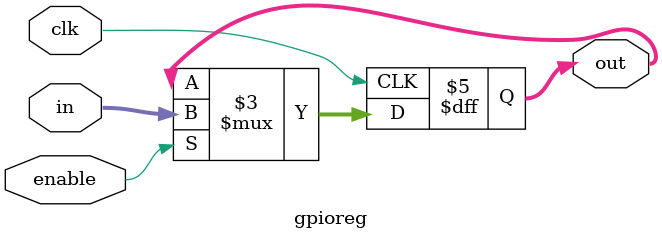
<source format=v>
`timescale 1ns / 1ps

module gpioreg(
input [31:0] in,
input clk,
input enable,
output reg [31:0] out
    );

always@(posedge clk)
begin
if (enable)
    begin
    out=in;
    end
else
    begin
    out=out;
    end
end
endmodule

</source>
